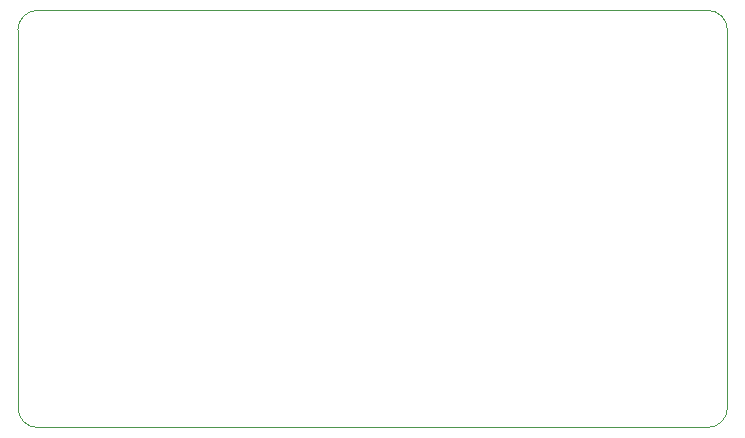
<source format=gbr>
%TF.GenerationSoftware,Altium Limited,Altium Designer,24.6.1 (21)*%
G04 Layer_Color=0*
%FSLAX45Y45*%
%MOMM*%
%TF.SameCoordinates,973C4F09-4287-4DA2-A26F-92637CA031E7*%
%TF.FilePolarity,Positive*%
%TF.FileFunction,Profile,NP*%
%TF.Part,Single*%
G01*
G75*
%TA.AperFunction,Profile*%
%ADD50C,0.02540*%
D50*
X2705100Y9169400D02*
G02*
X2540000Y9334500I-1J165100D01*
G01*
X2540000Y9334210D01*
Y12534900D01*
D02*
G02*
X2705100Y12700000I165100J0D01*
G01*
X8382000D01*
D02*
G02*
X8547100Y12534900I0J-165100D01*
G01*
X8547100Y12535190D01*
Y9334500D01*
D02*
G02*
X8382000Y9169400I-165100J-1D01*
G01*
X8382290Y9169400D01*
X2705100D01*
%TF.MD5,5b89125c71d0e7d3bd727850640efeac*%
M02*

</source>
